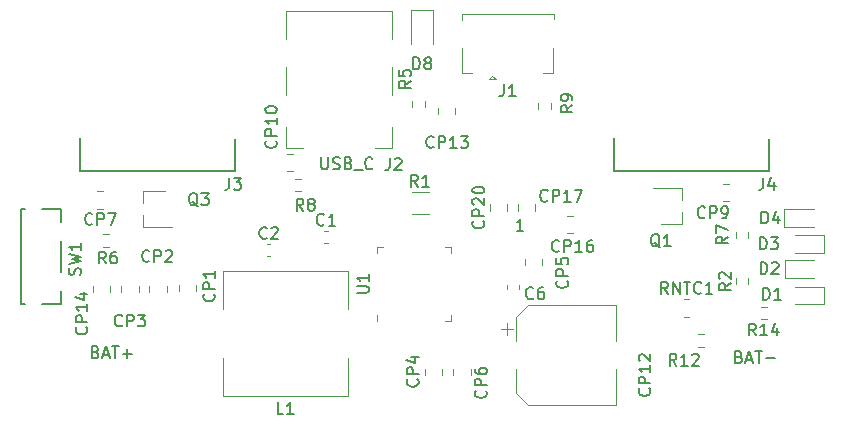
<source format=gbr>
%TF.GenerationSoftware,KiCad,Pcbnew,(6.0.6)*%
%TF.CreationDate,2022-07-25T23:57:12+01:00*%
%TF.ProjectId,Virpar,56697270-6172-42e6-9b69-6361645f7063,rev?*%
%TF.SameCoordinates,Original*%
%TF.FileFunction,Legend,Top*%
%TF.FilePolarity,Positive*%
%FSLAX46Y46*%
G04 Gerber Fmt 4.6, Leading zero omitted, Abs format (unit mm)*
G04 Created by KiCad (PCBNEW (6.0.6)) date 2022-07-25 23:57:12*
%MOMM*%
%LPD*%
G01*
G04 APERTURE LIST*
%ADD10C,0.150000*%
%ADD11C,0.120000*%
%ADD12C,0.200000*%
G04 APERTURE END LIST*
D10*
%TO.C,1*%
X165060714Y-88102380D02*
X164489285Y-88102380D01*
X164775000Y-88102380D02*
X164775000Y-87102380D01*
X164679761Y-87245238D01*
X164584523Y-87340476D01*
X164489285Y-87388095D01*
%TO.C,U1*%
X150955980Y-93344904D02*
X151765504Y-93344904D01*
X151860742Y-93297285D01*
X151908361Y-93249666D01*
X151955980Y-93154428D01*
X151955980Y-92963952D01*
X151908361Y-92868714D01*
X151860742Y-92821095D01*
X151765504Y-92773476D01*
X150955980Y-92773476D01*
X151955980Y-91773476D02*
X151955980Y-92344904D01*
X151955980Y-92059190D02*
X150955980Y-92059190D01*
X151098838Y-92154428D01*
X151194076Y-92249666D01*
X151241695Y-92344904D01*
%TO.C,BAT+*%
X128843257Y-98353571D02*
X128986114Y-98401190D01*
X129033733Y-98448809D01*
X129081352Y-98544047D01*
X129081352Y-98686904D01*
X129033733Y-98782142D01*
X128986114Y-98829761D01*
X128890876Y-98877380D01*
X128509923Y-98877380D01*
X128509923Y-97877380D01*
X128843257Y-97877380D01*
X128938495Y-97925000D01*
X128986114Y-97972619D01*
X129033733Y-98067857D01*
X129033733Y-98163095D01*
X128986114Y-98258333D01*
X128938495Y-98305952D01*
X128843257Y-98353571D01*
X128509923Y-98353571D01*
X129462304Y-98591666D02*
X129938495Y-98591666D01*
X129367066Y-98877380D02*
X129700400Y-97877380D01*
X130033733Y-98877380D01*
X130224209Y-97877380D02*
X130795638Y-97877380D01*
X130509923Y-98877380D02*
X130509923Y-97877380D01*
X131128971Y-98496428D02*
X131890876Y-98496428D01*
X131509923Y-98877380D02*
X131509923Y-98115476D01*
%TO.C,BAT-*%
X183326257Y-98759971D02*
X183469114Y-98807590D01*
X183516733Y-98855209D01*
X183564352Y-98950447D01*
X183564352Y-99093304D01*
X183516733Y-99188542D01*
X183469114Y-99236161D01*
X183373876Y-99283780D01*
X182992923Y-99283780D01*
X182992923Y-98283780D01*
X183326257Y-98283780D01*
X183421495Y-98331400D01*
X183469114Y-98379019D01*
X183516733Y-98474257D01*
X183516733Y-98569495D01*
X183469114Y-98664733D01*
X183421495Y-98712352D01*
X183326257Y-98759971D01*
X182992923Y-98759971D01*
X183945304Y-98998066D02*
X184421495Y-98998066D01*
X183850066Y-99283780D02*
X184183400Y-98283780D01*
X184516733Y-99283780D01*
X184707209Y-98283780D02*
X185278638Y-98283780D01*
X184992923Y-99283780D02*
X184992923Y-98283780D01*
X185611971Y-98902828D02*
X186373876Y-98902828D01*
%TO.C,SW1*%
X127529761Y-91833333D02*
X127577380Y-91690476D01*
X127577380Y-91452380D01*
X127529761Y-91357142D01*
X127482142Y-91309523D01*
X127386904Y-91261904D01*
X127291666Y-91261904D01*
X127196428Y-91309523D01*
X127148809Y-91357142D01*
X127101190Y-91452380D01*
X127053571Y-91642857D01*
X127005952Y-91738095D01*
X126958333Y-91785714D01*
X126863095Y-91833333D01*
X126767857Y-91833333D01*
X126672619Y-91785714D01*
X126625000Y-91738095D01*
X126577380Y-91642857D01*
X126577380Y-91404761D01*
X126625000Y-91261904D01*
X126577380Y-90928571D02*
X127577380Y-90690476D01*
X126863095Y-90500000D01*
X127577380Y-90309523D01*
X126577380Y-90071428D01*
X127577380Y-89166666D02*
X127577380Y-89738095D01*
X127577380Y-89452380D02*
X126577380Y-89452380D01*
X126720238Y-89547619D01*
X126815476Y-89642857D01*
X126863095Y-89738095D01*
%TO.C,L1*%
X144740333Y-103601780D02*
X144264142Y-103601780D01*
X144264142Y-102601780D01*
X145597476Y-103601780D02*
X145026047Y-103601780D01*
X145311761Y-103601780D02*
X145311761Y-102601780D01*
X145216523Y-102744638D01*
X145121285Y-102839876D01*
X145026047Y-102887495D01*
%TO.C,J4*%
X185358546Y-83621490D02*
X185358546Y-84335776D01*
X185310927Y-84478633D01*
X185215689Y-84573871D01*
X185072832Y-84621490D01*
X184977594Y-84621490D01*
X186263308Y-83954824D02*
X186263308Y-84621490D01*
X186025213Y-83573871D02*
X185787118Y-84288157D01*
X186406165Y-84288157D01*
%TO.C,J3*%
X140146546Y-83618290D02*
X140146546Y-84332576D01*
X140098927Y-84475433D01*
X140003689Y-84570671D01*
X139860832Y-84618290D01*
X139765594Y-84618290D01*
X140527499Y-83618290D02*
X141146546Y-83618290D01*
X140813213Y-83999243D01*
X140956070Y-83999243D01*
X141051308Y-84046862D01*
X141098927Y-84094481D01*
X141146546Y-84189719D01*
X141146546Y-84427814D01*
X141098927Y-84523052D01*
X141051308Y-84570671D01*
X140956070Y-84618290D01*
X140670356Y-84618290D01*
X140575118Y-84570671D01*
X140527499Y-84523052D01*
%TO.C,J2*%
X153741666Y-81952380D02*
X153741666Y-82666666D01*
X153694047Y-82809523D01*
X153598809Y-82904761D01*
X153455952Y-82952380D01*
X153360714Y-82952380D01*
X154170238Y-82047619D02*
X154217857Y-82000000D01*
X154313095Y-81952380D01*
X154551190Y-81952380D01*
X154646428Y-82000000D01*
X154694047Y-82047619D01*
X154741666Y-82142857D01*
X154741666Y-82238095D01*
X154694047Y-82380952D01*
X154122619Y-82952380D01*
X154741666Y-82952380D01*
X147932142Y-81877380D02*
X147932142Y-82686904D01*
X147979761Y-82782142D01*
X148027380Y-82829761D01*
X148122619Y-82877380D01*
X148313095Y-82877380D01*
X148408333Y-82829761D01*
X148455952Y-82782142D01*
X148503571Y-82686904D01*
X148503571Y-81877380D01*
X148932142Y-82829761D02*
X149075000Y-82877380D01*
X149313095Y-82877380D01*
X149408333Y-82829761D01*
X149455952Y-82782142D01*
X149503571Y-82686904D01*
X149503571Y-82591666D01*
X149455952Y-82496428D01*
X149408333Y-82448809D01*
X149313095Y-82401190D01*
X149122619Y-82353571D01*
X149027380Y-82305952D01*
X148979761Y-82258333D01*
X148932142Y-82163095D01*
X148932142Y-82067857D01*
X148979761Y-81972619D01*
X149027380Y-81925000D01*
X149122619Y-81877380D01*
X149360714Y-81877380D01*
X149503571Y-81925000D01*
X150265476Y-82353571D02*
X150408333Y-82401190D01*
X150455952Y-82448809D01*
X150503571Y-82544047D01*
X150503571Y-82686904D01*
X150455952Y-82782142D01*
X150408333Y-82829761D01*
X150313095Y-82877380D01*
X149932142Y-82877380D01*
X149932142Y-81877380D01*
X150265476Y-81877380D01*
X150360714Y-81925000D01*
X150408333Y-81972619D01*
X150455952Y-82067857D01*
X150455952Y-82163095D01*
X150408333Y-82258333D01*
X150360714Y-82305952D01*
X150265476Y-82353571D01*
X149932142Y-82353571D01*
X150694047Y-82972619D02*
X151455952Y-82972619D01*
X152265476Y-82782142D02*
X152217857Y-82829761D01*
X152075000Y-82877380D01*
X151979761Y-82877380D01*
X151836904Y-82829761D01*
X151741666Y-82734523D01*
X151694047Y-82639285D01*
X151646428Y-82448809D01*
X151646428Y-82305952D01*
X151694047Y-82115476D01*
X151741666Y-82020238D01*
X151836904Y-81925000D01*
X151979761Y-81877380D01*
X152075000Y-81877380D01*
X152217857Y-81925000D01*
X152265476Y-81972619D01*
%TO.C,J1*%
X163395066Y-75702580D02*
X163395066Y-76416866D01*
X163347447Y-76559723D01*
X163252209Y-76654961D01*
X163109352Y-76702580D01*
X163014114Y-76702580D01*
X164395066Y-76702580D02*
X163823638Y-76702580D01*
X164109352Y-76702580D02*
X164109352Y-75702580D01*
X164014114Y-75845438D01*
X163918876Y-75940676D01*
X163823638Y-75988295D01*
%TO.C,R1*%
X156119533Y-84348580D02*
X155786200Y-83872390D01*
X155548104Y-84348580D02*
X155548104Y-83348580D01*
X155929057Y-83348580D01*
X156024295Y-83396200D01*
X156071914Y-83443819D01*
X156119533Y-83539057D01*
X156119533Y-83681914D01*
X156071914Y-83777152D01*
X156024295Y-83824771D01*
X155929057Y-83872390D01*
X155548104Y-83872390D01*
X157071914Y-84348580D02*
X156500485Y-84348580D01*
X156786200Y-84348580D02*
X156786200Y-83348580D01*
X156690961Y-83491438D01*
X156595723Y-83586676D01*
X156500485Y-83634295D01*
%TO.C,CP12*%
X175718742Y-101434757D02*
X175766361Y-101482376D01*
X175813980Y-101625233D01*
X175813980Y-101720471D01*
X175766361Y-101863328D01*
X175671123Y-101958566D01*
X175575885Y-102006185D01*
X175385409Y-102053804D01*
X175242552Y-102053804D01*
X175052076Y-102006185D01*
X174956838Y-101958566D01*
X174861600Y-101863328D01*
X174813980Y-101720471D01*
X174813980Y-101625233D01*
X174861600Y-101482376D01*
X174909219Y-101434757D01*
X175813980Y-101006185D02*
X174813980Y-101006185D01*
X174813980Y-100625233D01*
X174861600Y-100529995D01*
X174909219Y-100482376D01*
X175004457Y-100434757D01*
X175147314Y-100434757D01*
X175242552Y-100482376D01*
X175290171Y-100529995D01*
X175337790Y-100625233D01*
X175337790Y-101006185D01*
X175813980Y-99482376D02*
X175813980Y-100053804D01*
X175813980Y-99768090D02*
X174813980Y-99768090D01*
X174956838Y-99863328D01*
X175052076Y-99958566D01*
X175099695Y-100053804D01*
X174909219Y-99101423D02*
X174861600Y-99053804D01*
X174813980Y-98958566D01*
X174813980Y-98720471D01*
X174861600Y-98625233D01*
X174909219Y-98577614D01*
X175004457Y-98529995D01*
X175099695Y-98529995D01*
X175242552Y-98577614D01*
X175813980Y-99149042D01*
X175813980Y-98529995D01*
%TO.C,C2*%
X143333333Y-88677142D02*
X143285714Y-88724761D01*
X143142857Y-88772380D01*
X143047619Y-88772380D01*
X142904761Y-88724761D01*
X142809523Y-88629523D01*
X142761904Y-88534285D01*
X142714285Y-88343809D01*
X142714285Y-88200952D01*
X142761904Y-88010476D01*
X142809523Y-87915238D01*
X142904761Y-87820000D01*
X143047619Y-87772380D01*
X143142857Y-87772380D01*
X143285714Y-87820000D01*
X143333333Y-87867619D01*
X143714285Y-87867619D02*
X143761904Y-87820000D01*
X143857142Y-87772380D01*
X144095238Y-87772380D01*
X144190476Y-87820000D01*
X144238095Y-87867619D01*
X144285714Y-87962857D01*
X144285714Y-88058095D01*
X144238095Y-88200952D01*
X143666666Y-88772380D01*
X144285714Y-88772380D01*
%TO.C,CP13*%
X157457142Y-80982142D02*
X157409523Y-81029761D01*
X157266666Y-81077380D01*
X157171428Y-81077380D01*
X157028571Y-81029761D01*
X156933333Y-80934523D01*
X156885714Y-80839285D01*
X156838095Y-80648809D01*
X156838095Y-80505952D01*
X156885714Y-80315476D01*
X156933333Y-80220238D01*
X157028571Y-80125000D01*
X157171428Y-80077380D01*
X157266666Y-80077380D01*
X157409523Y-80125000D01*
X157457142Y-80172619D01*
X157885714Y-81077380D02*
X157885714Y-80077380D01*
X158266666Y-80077380D01*
X158361904Y-80125000D01*
X158409523Y-80172619D01*
X158457142Y-80267857D01*
X158457142Y-80410714D01*
X158409523Y-80505952D01*
X158361904Y-80553571D01*
X158266666Y-80601190D01*
X157885714Y-80601190D01*
X159409523Y-81077380D02*
X158838095Y-81077380D01*
X159123809Y-81077380D02*
X159123809Y-80077380D01*
X159028571Y-80220238D01*
X158933333Y-80315476D01*
X158838095Y-80363095D01*
X159742857Y-80077380D02*
X160361904Y-80077380D01*
X160028571Y-80458333D01*
X160171428Y-80458333D01*
X160266666Y-80505952D01*
X160314285Y-80553571D01*
X160361904Y-80648809D01*
X160361904Y-80886904D01*
X160314285Y-80982142D01*
X160266666Y-81029761D01*
X160171428Y-81077380D01*
X159885714Y-81077380D01*
X159790476Y-81029761D01*
X159742857Y-80982142D01*
%TO.C,CP10*%
X144107142Y-80467857D02*
X144154761Y-80515476D01*
X144202380Y-80658333D01*
X144202380Y-80753571D01*
X144154761Y-80896428D01*
X144059523Y-80991666D01*
X143964285Y-81039285D01*
X143773809Y-81086904D01*
X143630952Y-81086904D01*
X143440476Y-81039285D01*
X143345238Y-80991666D01*
X143250000Y-80896428D01*
X143202380Y-80753571D01*
X143202380Y-80658333D01*
X143250000Y-80515476D01*
X143297619Y-80467857D01*
X144202380Y-80039285D02*
X143202380Y-80039285D01*
X143202380Y-79658333D01*
X143250000Y-79563095D01*
X143297619Y-79515476D01*
X143392857Y-79467857D01*
X143535714Y-79467857D01*
X143630952Y-79515476D01*
X143678571Y-79563095D01*
X143726190Y-79658333D01*
X143726190Y-80039285D01*
X144202380Y-78515476D02*
X144202380Y-79086904D01*
X144202380Y-78801190D02*
X143202380Y-78801190D01*
X143345238Y-78896428D01*
X143440476Y-78991666D01*
X143488095Y-79086904D01*
X143202380Y-77896428D02*
X143202380Y-77801190D01*
X143250000Y-77705952D01*
X143297619Y-77658333D01*
X143392857Y-77610714D01*
X143583333Y-77563095D01*
X143821428Y-77563095D01*
X144011904Y-77610714D01*
X144107142Y-77658333D01*
X144154761Y-77705952D01*
X144202380Y-77801190D01*
X144202380Y-77896428D01*
X144154761Y-77991666D01*
X144107142Y-78039285D01*
X144011904Y-78086904D01*
X143821428Y-78134523D01*
X143583333Y-78134523D01*
X143392857Y-78086904D01*
X143297619Y-78039285D01*
X143250000Y-77991666D01*
X143202380Y-77896428D01*
%TO.C,CP3*%
X131083133Y-96089742D02*
X131035514Y-96137361D01*
X130892657Y-96184980D01*
X130797419Y-96184980D01*
X130654561Y-96137361D01*
X130559323Y-96042123D01*
X130511704Y-95946885D01*
X130464085Y-95756409D01*
X130464085Y-95613552D01*
X130511704Y-95423076D01*
X130559323Y-95327838D01*
X130654561Y-95232600D01*
X130797419Y-95184980D01*
X130892657Y-95184980D01*
X131035514Y-95232600D01*
X131083133Y-95280219D01*
X131511704Y-96184980D02*
X131511704Y-95184980D01*
X131892657Y-95184980D01*
X131987895Y-95232600D01*
X132035514Y-95280219D01*
X132083133Y-95375457D01*
X132083133Y-95518314D01*
X132035514Y-95613552D01*
X131987895Y-95661171D01*
X131892657Y-95708790D01*
X131511704Y-95708790D01*
X132416466Y-95184980D02*
X133035514Y-95184980D01*
X132702180Y-95565933D01*
X132845038Y-95565933D01*
X132940276Y-95613552D01*
X132987895Y-95661171D01*
X133035514Y-95756409D01*
X133035514Y-95994504D01*
X132987895Y-96089742D01*
X132940276Y-96137361D01*
X132845038Y-96184980D01*
X132559323Y-96184980D01*
X132464085Y-96137361D01*
X132416466Y-96089742D01*
%TO.C,CP16*%
X168085742Y-89786342D02*
X168038123Y-89833961D01*
X167895266Y-89881580D01*
X167800028Y-89881580D01*
X167657171Y-89833961D01*
X167561933Y-89738723D01*
X167514314Y-89643485D01*
X167466695Y-89453009D01*
X167466695Y-89310152D01*
X167514314Y-89119676D01*
X167561933Y-89024438D01*
X167657171Y-88929200D01*
X167800028Y-88881580D01*
X167895266Y-88881580D01*
X168038123Y-88929200D01*
X168085742Y-88976819D01*
X168514314Y-89881580D02*
X168514314Y-88881580D01*
X168895266Y-88881580D01*
X168990504Y-88929200D01*
X169038123Y-88976819D01*
X169085742Y-89072057D01*
X169085742Y-89214914D01*
X169038123Y-89310152D01*
X168990504Y-89357771D01*
X168895266Y-89405390D01*
X168514314Y-89405390D01*
X170038123Y-89881580D02*
X169466695Y-89881580D01*
X169752409Y-89881580D02*
X169752409Y-88881580D01*
X169657171Y-89024438D01*
X169561933Y-89119676D01*
X169466695Y-89167295D01*
X170895266Y-88881580D02*
X170704790Y-88881580D01*
X170609552Y-88929200D01*
X170561933Y-88976819D01*
X170466695Y-89119676D01*
X170419076Y-89310152D01*
X170419076Y-89691104D01*
X170466695Y-89786342D01*
X170514314Y-89833961D01*
X170609552Y-89881580D01*
X170800028Y-89881580D01*
X170895266Y-89833961D01*
X170942885Y-89786342D01*
X170990504Y-89691104D01*
X170990504Y-89453009D01*
X170942885Y-89357771D01*
X170895266Y-89310152D01*
X170800028Y-89262533D01*
X170609552Y-89262533D01*
X170514314Y-89310152D01*
X170466695Y-89357771D01*
X170419076Y-89453009D01*
%TO.C,CP9*%
X180433333Y-86932142D02*
X180385714Y-86979761D01*
X180242857Y-87027380D01*
X180147619Y-87027380D01*
X180004761Y-86979761D01*
X179909523Y-86884523D01*
X179861904Y-86789285D01*
X179814285Y-86598809D01*
X179814285Y-86455952D01*
X179861904Y-86265476D01*
X179909523Y-86170238D01*
X180004761Y-86075000D01*
X180147619Y-86027380D01*
X180242857Y-86027380D01*
X180385714Y-86075000D01*
X180433333Y-86122619D01*
X180861904Y-87027380D02*
X180861904Y-86027380D01*
X181242857Y-86027380D01*
X181338095Y-86075000D01*
X181385714Y-86122619D01*
X181433333Y-86217857D01*
X181433333Y-86360714D01*
X181385714Y-86455952D01*
X181338095Y-86503571D01*
X181242857Y-86551190D01*
X180861904Y-86551190D01*
X181909523Y-87027380D02*
X182100000Y-87027380D01*
X182195238Y-86979761D01*
X182242857Y-86932142D01*
X182338095Y-86789285D01*
X182385714Y-86598809D01*
X182385714Y-86217857D01*
X182338095Y-86122619D01*
X182290476Y-86075000D01*
X182195238Y-86027380D01*
X182004761Y-86027380D01*
X181909523Y-86075000D01*
X181861904Y-86122619D01*
X181814285Y-86217857D01*
X181814285Y-86455952D01*
X181861904Y-86551190D01*
X181909523Y-86598809D01*
X182004761Y-86646428D01*
X182195238Y-86646428D01*
X182290476Y-86598809D01*
X182338095Y-86551190D01*
X182385714Y-86455952D01*
%TO.C,C1*%
X148183333Y-87552142D02*
X148135714Y-87599761D01*
X147992857Y-87647380D01*
X147897619Y-87647380D01*
X147754761Y-87599761D01*
X147659523Y-87504523D01*
X147611904Y-87409285D01*
X147564285Y-87218809D01*
X147564285Y-87075952D01*
X147611904Y-86885476D01*
X147659523Y-86790238D01*
X147754761Y-86695000D01*
X147897619Y-86647380D01*
X147992857Y-86647380D01*
X148135714Y-86695000D01*
X148183333Y-86742619D01*
X149135714Y-87647380D02*
X148564285Y-87647380D01*
X148850000Y-87647380D02*
X148850000Y-86647380D01*
X148754761Y-86790238D01*
X148659523Y-86885476D01*
X148564285Y-86933095D01*
%TO.C,CP17*%
X167102742Y-85520842D02*
X167055123Y-85568461D01*
X166912266Y-85616080D01*
X166817028Y-85616080D01*
X166674171Y-85568461D01*
X166578933Y-85473223D01*
X166531314Y-85377985D01*
X166483695Y-85187509D01*
X166483695Y-85044652D01*
X166531314Y-84854176D01*
X166578933Y-84758938D01*
X166674171Y-84663700D01*
X166817028Y-84616080D01*
X166912266Y-84616080D01*
X167055123Y-84663700D01*
X167102742Y-84711319D01*
X167531314Y-85616080D02*
X167531314Y-84616080D01*
X167912266Y-84616080D01*
X168007504Y-84663700D01*
X168055123Y-84711319D01*
X168102742Y-84806557D01*
X168102742Y-84949414D01*
X168055123Y-85044652D01*
X168007504Y-85092271D01*
X167912266Y-85139890D01*
X167531314Y-85139890D01*
X169055123Y-85616080D02*
X168483695Y-85616080D01*
X168769409Y-85616080D02*
X168769409Y-84616080D01*
X168674171Y-84758938D01*
X168578933Y-84854176D01*
X168483695Y-84901795D01*
X169388457Y-84616080D02*
X170055123Y-84616080D01*
X169626552Y-85616080D01*
%TO.C,CP6*%
X161853942Y-101618966D02*
X161901561Y-101666585D01*
X161949180Y-101809442D01*
X161949180Y-101904680D01*
X161901561Y-102047538D01*
X161806323Y-102142776D01*
X161711085Y-102190395D01*
X161520609Y-102238014D01*
X161377752Y-102238014D01*
X161187276Y-102190395D01*
X161092038Y-102142776D01*
X160996800Y-102047538D01*
X160949180Y-101904680D01*
X160949180Y-101809442D01*
X160996800Y-101666585D01*
X161044419Y-101618966D01*
X161949180Y-101190395D02*
X160949180Y-101190395D01*
X160949180Y-100809442D01*
X160996800Y-100714204D01*
X161044419Y-100666585D01*
X161139657Y-100618966D01*
X161282514Y-100618966D01*
X161377752Y-100666585D01*
X161425371Y-100714204D01*
X161472990Y-100809442D01*
X161472990Y-101190395D01*
X160949180Y-99761823D02*
X160949180Y-99952300D01*
X160996800Y-100047538D01*
X161044419Y-100095157D01*
X161187276Y-100190395D01*
X161377752Y-100238014D01*
X161758704Y-100238014D01*
X161853942Y-100190395D01*
X161901561Y-100142776D01*
X161949180Y-100047538D01*
X161949180Y-99857061D01*
X161901561Y-99761823D01*
X161853942Y-99714204D01*
X161758704Y-99666585D01*
X161520609Y-99666585D01*
X161425371Y-99714204D01*
X161377752Y-99761823D01*
X161330133Y-99857061D01*
X161330133Y-100047538D01*
X161377752Y-100142776D01*
X161425371Y-100190395D01*
X161520609Y-100238014D01*
%TO.C,CP14*%
X128057142Y-96242857D02*
X128104761Y-96290476D01*
X128152380Y-96433333D01*
X128152380Y-96528571D01*
X128104761Y-96671428D01*
X128009523Y-96766666D01*
X127914285Y-96814285D01*
X127723809Y-96861904D01*
X127580952Y-96861904D01*
X127390476Y-96814285D01*
X127295238Y-96766666D01*
X127200000Y-96671428D01*
X127152380Y-96528571D01*
X127152380Y-96433333D01*
X127200000Y-96290476D01*
X127247619Y-96242857D01*
X128152380Y-95814285D02*
X127152380Y-95814285D01*
X127152380Y-95433333D01*
X127200000Y-95338095D01*
X127247619Y-95290476D01*
X127342857Y-95242857D01*
X127485714Y-95242857D01*
X127580952Y-95290476D01*
X127628571Y-95338095D01*
X127676190Y-95433333D01*
X127676190Y-95814285D01*
X128152380Y-94290476D02*
X128152380Y-94861904D01*
X128152380Y-94576190D02*
X127152380Y-94576190D01*
X127295238Y-94671428D01*
X127390476Y-94766666D01*
X127438095Y-94861904D01*
X127485714Y-93433333D02*
X128152380Y-93433333D01*
X127104761Y-93671428D02*
X127819047Y-93909523D01*
X127819047Y-93290476D01*
%TO.C,R12*%
X178020742Y-99512380D02*
X177687409Y-99036190D01*
X177449314Y-99512380D02*
X177449314Y-98512380D01*
X177830266Y-98512380D01*
X177925504Y-98560000D01*
X177973123Y-98607619D01*
X178020742Y-98702857D01*
X178020742Y-98845714D01*
X177973123Y-98940952D01*
X177925504Y-98988571D01*
X177830266Y-99036190D01*
X177449314Y-99036190D01*
X178973123Y-99512380D02*
X178401695Y-99512380D01*
X178687409Y-99512380D02*
X178687409Y-98512380D01*
X178592171Y-98655238D01*
X178496933Y-98750476D01*
X178401695Y-98798095D01*
X179354076Y-98607619D02*
X179401695Y-98560000D01*
X179496933Y-98512380D01*
X179735028Y-98512380D01*
X179830266Y-98560000D01*
X179877885Y-98607619D01*
X179925504Y-98702857D01*
X179925504Y-98798095D01*
X179877885Y-98940952D01*
X179306457Y-99512380D01*
X179925504Y-99512380D01*
%TO.C,CP2*%
X133394533Y-90628742D02*
X133346914Y-90676361D01*
X133204057Y-90723980D01*
X133108819Y-90723980D01*
X132965961Y-90676361D01*
X132870723Y-90581123D01*
X132823104Y-90485885D01*
X132775485Y-90295409D01*
X132775485Y-90152552D01*
X132823104Y-89962076D01*
X132870723Y-89866838D01*
X132965961Y-89771600D01*
X133108819Y-89723980D01*
X133204057Y-89723980D01*
X133346914Y-89771600D01*
X133394533Y-89819219D01*
X133823104Y-90723980D02*
X133823104Y-89723980D01*
X134204057Y-89723980D01*
X134299295Y-89771600D01*
X134346914Y-89819219D01*
X134394533Y-89914457D01*
X134394533Y-90057314D01*
X134346914Y-90152552D01*
X134299295Y-90200171D01*
X134204057Y-90247790D01*
X133823104Y-90247790D01*
X134775485Y-89819219D02*
X134823104Y-89771600D01*
X134918342Y-89723980D01*
X135156438Y-89723980D01*
X135251676Y-89771600D01*
X135299295Y-89819219D01*
X135346914Y-89914457D01*
X135346914Y-90009695D01*
X135299295Y-90152552D01*
X134727866Y-90723980D01*
X135346914Y-90723980D01*
%TO.C,D1*%
X185342304Y-93924380D02*
X185342304Y-92924380D01*
X185580400Y-92924380D01*
X185723257Y-92972000D01*
X185818495Y-93067238D01*
X185866114Y-93162476D01*
X185913733Y-93352952D01*
X185913733Y-93495809D01*
X185866114Y-93686285D01*
X185818495Y-93781523D01*
X185723257Y-93876761D01*
X185580400Y-93924380D01*
X185342304Y-93924380D01*
X186866114Y-93924380D02*
X186294685Y-93924380D01*
X186580400Y-93924380D02*
X186580400Y-92924380D01*
X186485161Y-93067238D01*
X186389923Y-93162476D01*
X186294685Y-93210095D01*
%TO.C,D3*%
X185088304Y-89657180D02*
X185088304Y-88657180D01*
X185326400Y-88657180D01*
X185469257Y-88704800D01*
X185564495Y-88800038D01*
X185612114Y-88895276D01*
X185659733Y-89085752D01*
X185659733Y-89228609D01*
X185612114Y-89419085D01*
X185564495Y-89514323D01*
X185469257Y-89609561D01*
X185326400Y-89657180D01*
X185088304Y-89657180D01*
X185993066Y-88657180D02*
X186612114Y-88657180D01*
X186278780Y-89038133D01*
X186421638Y-89038133D01*
X186516876Y-89085752D01*
X186564495Y-89133371D01*
X186612114Y-89228609D01*
X186612114Y-89466704D01*
X186564495Y-89561942D01*
X186516876Y-89609561D01*
X186421638Y-89657180D01*
X186135923Y-89657180D01*
X186040685Y-89609561D01*
X185993066Y-89561942D01*
%TO.C,CP20*%
X161652142Y-87267857D02*
X161699761Y-87315476D01*
X161747380Y-87458333D01*
X161747380Y-87553571D01*
X161699761Y-87696428D01*
X161604523Y-87791666D01*
X161509285Y-87839285D01*
X161318809Y-87886904D01*
X161175952Y-87886904D01*
X160985476Y-87839285D01*
X160890238Y-87791666D01*
X160795000Y-87696428D01*
X160747380Y-87553571D01*
X160747380Y-87458333D01*
X160795000Y-87315476D01*
X160842619Y-87267857D01*
X161747380Y-86839285D02*
X160747380Y-86839285D01*
X160747380Y-86458333D01*
X160795000Y-86363095D01*
X160842619Y-86315476D01*
X160937857Y-86267857D01*
X161080714Y-86267857D01*
X161175952Y-86315476D01*
X161223571Y-86363095D01*
X161271190Y-86458333D01*
X161271190Y-86839285D01*
X160842619Y-85886904D02*
X160795000Y-85839285D01*
X160747380Y-85744047D01*
X160747380Y-85505952D01*
X160795000Y-85410714D01*
X160842619Y-85363095D01*
X160937857Y-85315476D01*
X161033095Y-85315476D01*
X161175952Y-85363095D01*
X161747380Y-85934523D01*
X161747380Y-85315476D01*
X160747380Y-84696428D02*
X160747380Y-84601190D01*
X160795000Y-84505952D01*
X160842619Y-84458333D01*
X160937857Y-84410714D01*
X161128333Y-84363095D01*
X161366428Y-84363095D01*
X161556904Y-84410714D01*
X161652142Y-84458333D01*
X161699761Y-84505952D01*
X161747380Y-84601190D01*
X161747380Y-84696428D01*
X161699761Y-84791666D01*
X161652142Y-84839285D01*
X161556904Y-84886904D01*
X161366428Y-84934523D01*
X161128333Y-84934523D01*
X160937857Y-84886904D01*
X160842619Y-84839285D01*
X160795000Y-84791666D01*
X160747380Y-84696428D01*
%TO.C,C6*%
X165883333Y-93782142D02*
X165835714Y-93829761D01*
X165692857Y-93877380D01*
X165597619Y-93877380D01*
X165454761Y-93829761D01*
X165359523Y-93734523D01*
X165311904Y-93639285D01*
X165264285Y-93448809D01*
X165264285Y-93305952D01*
X165311904Y-93115476D01*
X165359523Y-93020238D01*
X165454761Y-92925000D01*
X165597619Y-92877380D01*
X165692857Y-92877380D01*
X165835714Y-92925000D01*
X165883333Y-92972619D01*
X166740476Y-92877380D02*
X166550000Y-92877380D01*
X166454761Y-92925000D01*
X166407142Y-92972619D01*
X166311904Y-93115476D01*
X166264285Y-93305952D01*
X166264285Y-93686904D01*
X166311904Y-93782142D01*
X166359523Y-93829761D01*
X166454761Y-93877380D01*
X166645238Y-93877380D01*
X166740476Y-93829761D01*
X166788095Y-93782142D01*
X166835714Y-93686904D01*
X166835714Y-93448809D01*
X166788095Y-93353571D01*
X166740476Y-93305952D01*
X166645238Y-93258333D01*
X166454761Y-93258333D01*
X166359523Y-93305952D01*
X166311904Y-93353571D01*
X166264285Y-93448809D01*
%TO.C,R6*%
X129708333Y-90852380D02*
X129375000Y-90376190D01*
X129136904Y-90852380D02*
X129136904Y-89852380D01*
X129517857Y-89852380D01*
X129613095Y-89900000D01*
X129660714Y-89947619D01*
X129708333Y-90042857D01*
X129708333Y-90185714D01*
X129660714Y-90280952D01*
X129613095Y-90328571D01*
X129517857Y-90376190D01*
X129136904Y-90376190D01*
X130565476Y-89852380D02*
X130375000Y-89852380D01*
X130279761Y-89900000D01*
X130232142Y-89947619D01*
X130136904Y-90090476D01*
X130089285Y-90280952D01*
X130089285Y-90661904D01*
X130136904Y-90757142D01*
X130184523Y-90804761D01*
X130279761Y-90852380D01*
X130470238Y-90852380D01*
X130565476Y-90804761D01*
X130613095Y-90757142D01*
X130660714Y-90661904D01*
X130660714Y-90423809D01*
X130613095Y-90328571D01*
X130565476Y-90280952D01*
X130470238Y-90233333D01*
X130279761Y-90233333D01*
X130184523Y-90280952D01*
X130136904Y-90328571D01*
X130089285Y-90423809D01*
%TO.C,Q3*%
X137496561Y-86018619D02*
X137401323Y-85971000D01*
X137306085Y-85875761D01*
X137163228Y-85732904D01*
X137067990Y-85685285D01*
X136972752Y-85685285D01*
X137020371Y-85923380D02*
X136925133Y-85875761D01*
X136829895Y-85780523D01*
X136782276Y-85590047D01*
X136782276Y-85256714D01*
X136829895Y-85066238D01*
X136925133Y-84971000D01*
X137020371Y-84923380D01*
X137210847Y-84923380D01*
X137306085Y-84971000D01*
X137401323Y-85066238D01*
X137448942Y-85256714D01*
X137448942Y-85590047D01*
X137401323Y-85780523D01*
X137306085Y-85875761D01*
X137210847Y-85923380D01*
X137020371Y-85923380D01*
X137782276Y-84923380D02*
X138401323Y-84923380D01*
X138067990Y-85304333D01*
X138210847Y-85304333D01*
X138306085Y-85351952D01*
X138353704Y-85399571D01*
X138401323Y-85494809D01*
X138401323Y-85732904D01*
X138353704Y-85828142D01*
X138306085Y-85875761D01*
X138210847Y-85923380D01*
X137925133Y-85923380D01*
X137829895Y-85875761D01*
X137782276Y-85828142D01*
%TO.C,CP5*%
X168757142Y-92316666D02*
X168804761Y-92364285D01*
X168852380Y-92507142D01*
X168852380Y-92602380D01*
X168804761Y-92745238D01*
X168709523Y-92840476D01*
X168614285Y-92888095D01*
X168423809Y-92935714D01*
X168280952Y-92935714D01*
X168090476Y-92888095D01*
X167995238Y-92840476D01*
X167900000Y-92745238D01*
X167852380Y-92602380D01*
X167852380Y-92507142D01*
X167900000Y-92364285D01*
X167947619Y-92316666D01*
X168852380Y-91888095D02*
X167852380Y-91888095D01*
X167852380Y-91507142D01*
X167900000Y-91411904D01*
X167947619Y-91364285D01*
X168042857Y-91316666D01*
X168185714Y-91316666D01*
X168280952Y-91364285D01*
X168328571Y-91411904D01*
X168376190Y-91507142D01*
X168376190Y-91888095D01*
X167852380Y-90411904D02*
X167852380Y-90888095D01*
X168328571Y-90935714D01*
X168280952Y-90888095D01*
X168233333Y-90792857D01*
X168233333Y-90554761D01*
X168280952Y-90459523D01*
X168328571Y-90411904D01*
X168423809Y-90364285D01*
X168661904Y-90364285D01*
X168757142Y-90411904D01*
X168804761Y-90459523D01*
X168852380Y-90554761D01*
X168852380Y-90792857D01*
X168804761Y-90888095D01*
X168757142Y-90935714D01*
%TO.C,Q1*%
X176616161Y-89494419D02*
X176520923Y-89446800D01*
X176425685Y-89351561D01*
X176282828Y-89208704D01*
X176187590Y-89161085D01*
X176092352Y-89161085D01*
X176139971Y-89399180D02*
X176044733Y-89351561D01*
X175949495Y-89256323D01*
X175901876Y-89065847D01*
X175901876Y-88732514D01*
X175949495Y-88542038D01*
X176044733Y-88446800D01*
X176139971Y-88399180D01*
X176330447Y-88399180D01*
X176425685Y-88446800D01*
X176520923Y-88542038D01*
X176568542Y-88732514D01*
X176568542Y-89065847D01*
X176520923Y-89256323D01*
X176425685Y-89351561D01*
X176330447Y-89399180D01*
X176139971Y-89399180D01*
X177520923Y-89399180D02*
X176949495Y-89399180D01*
X177235209Y-89399180D02*
X177235209Y-88399180D01*
X177139971Y-88542038D01*
X177044733Y-88637276D01*
X176949495Y-88684895D01*
%TO.C,R5*%
X155519380Y-75401466D02*
X155043190Y-75734800D01*
X155519380Y-75972895D02*
X154519380Y-75972895D01*
X154519380Y-75591942D01*
X154567000Y-75496704D01*
X154614619Y-75449085D01*
X154709857Y-75401466D01*
X154852714Y-75401466D01*
X154947952Y-75449085D01*
X154995571Y-75496704D01*
X155043190Y-75591942D01*
X155043190Y-75972895D01*
X154519380Y-74496704D02*
X154519380Y-74972895D01*
X154995571Y-75020514D01*
X154947952Y-74972895D01*
X154900333Y-74877657D01*
X154900333Y-74639561D01*
X154947952Y-74544323D01*
X154995571Y-74496704D01*
X155090809Y-74449085D01*
X155328904Y-74449085D01*
X155424142Y-74496704D01*
X155471761Y-74544323D01*
X155519380Y-74639561D01*
X155519380Y-74877657D01*
X155471761Y-74972895D01*
X155424142Y-75020514D01*
%TO.C,D2*%
X185139104Y-91765380D02*
X185139104Y-90765380D01*
X185377200Y-90765380D01*
X185520057Y-90813000D01*
X185615295Y-90908238D01*
X185662914Y-91003476D01*
X185710533Y-91193952D01*
X185710533Y-91336809D01*
X185662914Y-91527285D01*
X185615295Y-91622523D01*
X185520057Y-91717761D01*
X185377200Y-91765380D01*
X185139104Y-91765380D01*
X186091485Y-90860619D02*
X186139104Y-90813000D01*
X186234342Y-90765380D01*
X186472438Y-90765380D01*
X186567676Y-90813000D01*
X186615295Y-90860619D01*
X186662914Y-90955857D01*
X186662914Y-91051095D01*
X186615295Y-91193952D01*
X186043866Y-91765380D01*
X186662914Y-91765380D01*
%TO.C,D8*%
X155725904Y-74417180D02*
X155725904Y-73417180D01*
X155964000Y-73417180D01*
X156106857Y-73464800D01*
X156202095Y-73560038D01*
X156249714Y-73655276D01*
X156297333Y-73845752D01*
X156297333Y-73988609D01*
X156249714Y-74179085D01*
X156202095Y-74274323D01*
X156106857Y-74369561D01*
X155964000Y-74417180D01*
X155725904Y-74417180D01*
X156868761Y-73845752D02*
X156773523Y-73798133D01*
X156725904Y-73750514D01*
X156678285Y-73655276D01*
X156678285Y-73607657D01*
X156725904Y-73512419D01*
X156773523Y-73464800D01*
X156868761Y-73417180D01*
X157059238Y-73417180D01*
X157154476Y-73464800D01*
X157202095Y-73512419D01*
X157249714Y-73607657D01*
X157249714Y-73655276D01*
X157202095Y-73750514D01*
X157154476Y-73798133D01*
X157059238Y-73845752D01*
X156868761Y-73845752D01*
X156773523Y-73893371D01*
X156725904Y-73940990D01*
X156678285Y-74036228D01*
X156678285Y-74226704D01*
X156725904Y-74321942D01*
X156773523Y-74369561D01*
X156868761Y-74417180D01*
X157059238Y-74417180D01*
X157154476Y-74369561D01*
X157202095Y-74321942D01*
X157249714Y-74226704D01*
X157249714Y-74036228D01*
X157202095Y-73940990D01*
X157154476Y-73893371D01*
X157059238Y-73845752D01*
%TO.C,CP1*%
X138837942Y-93452866D02*
X138885561Y-93500485D01*
X138933180Y-93643342D01*
X138933180Y-93738580D01*
X138885561Y-93881438D01*
X138790323Y-93976676D01*
X138695085Y-94024295D01*
X138504609Y-94071914D01*
X138361752Y-94071914D01*
X138171276Y-94024295D01*
X138076038Y-93976676D01*
X137980800Y-93881438D01*
X137933180Y-93738580D01*
X137933180Y-93643342D01*
X137980800Y-93500485D01*
X138028419Y-93452866D01*
X138933180Y-93024295D02*
X137933180Y-93024295D01*
X137933180Y-92643342D01*
X137980800Y-92548104D01*
X138028419Y-92500485D01*
X138123657Y-92452866D01*
X138266514Y-92452866D01*
X138361752Y-92500485D01*
X138409371Y-92548104D01*
X138456990Y-92643342D01*
X138456990Y-93024295D01*
X138933180Y-91500485D02*
X138933180Y-92071914D01*
X138933180Y-91786200D02*
X137933180Y-91786200D01*
X138076038Y-91881438D01*
X138171276Y-91976676D01*
X138218895Y-92071914D01*
%TO.C,R8*%
X146433333Y-86377380D02*
X146100000Y-85901190D01*
X145861904Y-86377380D02*
X145861904Y-85377380D01*
X146242857Y-85377380D01*
X146338095Y-85425000D01*
X146385714Y-85472619D01*
X146433333Y-85567857D01*
X146433333Y-85710714D01*
X146385714Y-85805952D01*
X146338095Y-85853571D01*
X146242857Y-85901190D01*
X145861904Y-85901190D01*
X147004761Y-85805952D02*
X146909523Y-85758333D01*
X146861904Y-85710714D01*
X146814285Y-85615476D01*
X146814285Y-85567857D01*
X146861904Y-85472619D01*
X146909523Y-85425000D01*
X147004761Y-85377380D01*
X147195238Y-85377380D01*
X147290476Y-85425000D01*
X147338095Y-85472619D01*
X147385714Y-85567857D01*
X147385714Y-85615476D01*
X147338095Y-85710714D01*
X147290476Y-85758333D01*
X147195238Y-85805952D01*
X147004761Y-85805952D01*
X146909523Y-85853571D01*
X146861904Y-85901190D01*
X146814285Y-85996428D01*
X146814285Y-86186904D01*
X146861904Y-86282142D01*
X146909523Y-86329761D01*
X147004761Y-86377380D01*
X147195238Y-86377380D01*
X147290476Y-86329761D01*
X147338095Y-86282142D01*
X147385714Y-86186904D01*
X147385714Y-85996428D01*
X147338095Y-85901190D01*
X147290476Y-85853571D01*
X147195238Y-85805952D01*
%TO.C,R14*%
X184751742Y-96954580D02*
X184418409Y-96478390D01*
X184180314Y-96954580D02*
X184180314Y-95954580D01*
X184561266Y-95954580D01*
X184656504Y-96002200D01*
X184704123Y-96049819D01*
X184751742Y-96145057D01*
X184751742Y-96287914D01*
X184704123Y-96383152D01*
X184656504Y-96430771D01*
X184561266Y-96478390D01*
X184180314Y-96478390D01*
X185704123Y-96954580D02*
X185132695Y-96954580D01*
X185418409Y-96954580D02*
X185418409Y-95954580D01*
X185323171Y-96097438D01*
X185227933Y-96192676D01*
X185132695Y-96240295D01*
X186561266Y-96287914D02*
X186561266Y-96954580D01*
X186323171Y-95906961D02*
X186085076Y-96621247D01*
X186704123Y-96621247D01*
%TO.C,R2*%
X182613580Y-92548366D02*
X182137390Y-92881700D01*
X182613580Y-93119795D02*
X181613580Y-93119795D01*
X181613580Y-92738842D01*
X181661200Y-92643604D01*
X181708819Y-92595985D01*
X181804057Y-92548366D01*
X181946914Y-92548366D01*
X182042152Y-92595985D01*
X182089771Y-92643604D01*
X182137390Y-92738842D01*
X182137390Y-93119795D01*
X181708819Y-92167414D02*
X181661200Y-92119795D01*
X181613580Y-92024557D01*
X181613580Y-91786461D01*
X181661200Y-91691223D01*
X181708819Y-91643604D01*
X181804057Y-91595985D01*
X181899295Y-91595985D01*
X182042152Y-91643604D01*
X182613580Y-92215033D01*
X182613580Y-91595985D01*
%TO.C,CP4*%
X156084542Y-100666466D02*
X156132161Y-100714085D01*
X156179780Y-100856942D01*
X156179780Y-100952180D01*
X156132161Y-101095038D01*
X156036923Y-101190276D01*
X155941685Y-101237895D01*
X155751209Y-101285514D01*
X155608352Y-101285514D01*
X155417876Y-101237895D01*
X155322638Y-101190276D01*
X155227400Y-101095038D01*
X155179780Y-100952180D01*
X155179780Y-100856942D01*
X155227400Y-100714085D01*
X155275019Y-100666466D01*
X156179780Y-100237895D02*
X155179780Y-100237895D01*
X155179780Y-99856942D01*
X155227400Y-99761704D01*
X155275019Y-99714085D01*
X155370257Y-99666466D01*
X155513114Y-99666466D01*
X155608352Y-99714085D01*
X155655971Y-99761704D01*
X155703590Y-99856942D01*
X155703590Y-100237895D01*
X155513114Y-98809323D02*
X156179780Y-98809323D01*
X155132161Y-99047419D02*
X155846447Y-99285514D01*
X155846447Y-98666466D01*
%TO.C,CP7*%
X128572433Y-87508142D02*
X128524814Y-87555761D01*
X128381957Y-87603380D01*
X128286719Y-87603380D01*
X128143861Y-87555761D01*
X128048623Y-87460523D01*
X128001004Y-87365285D01*
X127953385Y-87174809D01*
X127953385Y-87031952D01*
X128001004Y-86841476D01*
X128048623Y-86746238D01*
X128143861Y-86651000D01*
X128286719Y-86603380D01*
X128381957Y-86603380D01*
X128524814Y-86651000D01*
X128572433Y-86698619D01*
X129001004Y-87603380D02*
X129001004Y-86603380D01*
X129381957Y-86603380D01*
X129477195Y-86651000D01*
X129524814Y-86698619D01*
X129572433Y-86793857D01*
X129572433Y-86936714D01*
X129524814Y-87031952D01*
X129477195Y-87079571D01*
X129381957Y-87127190D01*
X129001004Y-87127190D01*
X129905766Y-86603380D02*
X130572433Y-86603380D01*
X130143861Y-87603380D01*
%TO.C,R7*%
X182392580Y-88582166D02*
X181916390Y-88915500D01*
X182392580Y-89153595D02*
X181392580Y-89153595D01*
X181392580Y-88772642D01*
X181440200Y-88677404D01*
X181487819Y-88629785D01*
X181583057Y-88582166D01*
X181725914Y-88582166D01*
X181821152Y-88629785D01*
X181868771Y-88677404D01*
X181916390Y-88772642D01*
X181916390Y-89153595D01*
X181392580Y-88248833D02*
X181392580Y-87582166D01*
X182392580Y-88010738D01*
%TO.C,D4*%
X185215304Y-87472780D02*
X185215304Y-86472780D01*
X185453400Y-86472780D01*
X185596257Y-86520400D01*
X185691495Y-86615638D01*
X185739114Y-86710876D01*
X185786733Y-86901352D01*
X185786733Y-87044209D01*
X185739114Y-87234685D01*
X185691495Y-87329923D01*
X185596257Y-87425161D01*
X185453400Y-87472780D01*
X185215304Y-87472780D01*
X186643876Y-86806114D02*
X186643876Y-87472780D01*
X186405780Y-86425161D02*
X186167685Y-87139447D01*
X186786733Y-87139447D01*
%TO.C,RNTC1*%
X177295371Y-93417380D02*
X176962038Y-92941190D01*
X176723942Y-93417380D02*
X176723942Y-92417380D01*
X177104895Y-92417380D01*
X177200133Y-92465000D01*
X177247752Y-92512619D01*
X177295371Y-92607857D01*
X177295371Y-92750714D01*
X177247752Y-92845952D01*
X177200133Y-92893571D01*
X177104895Y-92941190D01*
X176723942Y-92941190D01*
X177723942Y-93417380D02*
X177723942Y-92417380D01*
X178295371Y-93417380D01*
X178295371Y-92417380D01*
X178628704Y-92417380D02*
X179200133Y-92417380D01*
X178914419Y-93417380D02*
X178914419Y-92417380D01*
X180104895Y-93322142D02*
X180057276Y-93369761D01*
X179914419Y-93417380D01*
X179819180Y-93417380D01*
X179676323Y-93369761D01*
X179581085Y-93274523D01*
X179533466Y-93179285D01*
X179485847Y-92988809D01*
X179485847Y-92845952D01*
X179533466Y-92655476D01*
X179581085Y-92560238D01*
X179676323Y-92465000D01*
X179819180Y-92417380D01*
X179914419Y-92417380D01*
X180057276Y-92465000D01*
X180104895Y-92512619D01*
X181057276Y-93417380D02*
X180485847Y-93417380D01*
X180771561Y-93417380D02*
X180771561Y-92417380D01*
X180676323Y-92560238D01*
X180581085Y-92655476D01*
X180485847Y-92703095D01*
%TO.C,R9*%
X169211780Y-77476066D02*
X168735590Y-77809400D01*
X169211780Y-78047495D02*
X168211780Y-78047495D01*
X168211780Y-77666542D01*
X168259400Y-77571304D01*
X168307019Y-77523685D01*
X168402257Y-77476066D01*
X168545114Y-77476066D01*
X168640352Y-77523685D01*
X168687971Y-77571304D01*
X168735590Y-77666542D01*
X168735590Y-78047495D01*
X169211780Y-76999876D02*
X169211780Y-76809400D01*
X169164161Y-76714161D01*
X169116542Y-76666542D01*
X168973685Y-76571304D01*
X168783209Y-76523685D01*
X168402257Y-76523685D01*
X168307019Y-76571304D01*
X168259400Y-76618923D01*
X168211780Y-76714161D01*
X168211780Y-76904638D01*
X168259400Y-76999876D01*
X168307019Y-77047495D01*
X168402257Y-77095114D01*
X168640352Y-77095114D01*
X168735590Y-77047495D01*
X168783209Y-76999876D01*
X168830828Y-76904638D01*
X168830828Y-76714161D01*
X168783209Y-76618923D01*
X168735590Y-76571304D01*
X168640352Y-76523685D01*
D11*
%TO.C,U1*%
X152693600Y-95218000D02*
X152693600Y-95693000D01*
X158913600Y-89948000D02*
X158913600Y-89473000D01*
X152693600Y-89473000D02*
X153168600Y-89473000D01*
X158913600Y-95693000D02*
X158438600Y-95693000D01*
X152693600Y-89948000D02*
X152693600Y-89473000D01*
X158913600Y-95218000D02*
X158913600Y-95693000D01*
X158913600Y-89473000D02*
X158438600Y-89473000D01*
D10*
%TO.C,SW1*%
X125891300Y-93195870D02*
X125891300Y-94295870D01*
X122525700Y-86242670D02*
X122854611Y-86241943D01*
X124291300Y-94295870D02*
X125891300Y-94295870D01*
X122525700Y-94292670D02*
X122830264Y-94291159D01*
X125891300Y-88995870D02*
X125891300Y-91545870D01*
X122525700Y-86242670D02*
X122525700Y-94292670D01*
X124291300Y-86245870D02*
X125891300Y-86245870D01*
X125891300Y-86245870D02*
X125891300Y-87345870D01*
D11*
%TO.C,L1*%
X150207000Y-91499400D02*
X150207000Y-94699400D01*
X139607000Y-102099400D02*
X139607000Y-98899400D01*
X139607000Y-91499400D02*
X150207000Y-91499400D01*
X150207000Y-102099400D02*
X139607000Y-102099400D01*
X139607000Y-94699400D02*
X139607000Y-91499400D01*
X150207000Y-98899400D02*
X150207000Y-102099400D01*
D12*
%TO.C,J4*%
X185876813Y-80283811D02*
X185874000Y-83000000D01*
X172774000Y-80236775D02*
X172774000Y-83000000D01*
X185874000Y-83000000D02*
X172774000Y-83000000D01*
%TO.C,J3*%
X140664813Y-80280611D02*
X140662000Y-82996800D01*
X127562000Y-80233575D02*
X127562000Y-82996800D01*
X140662000Y-82996800D02*
X127562000Y-82996800D01*
D11*
%TO.C,J2*%
X153941907Y-69458999D02*
X144950307Y-69458999D01*
X153941907Y-76611828D02*
X153941907Y-74190971D01*
X144950307Y-79315426D02*
X144950307Y-81041399D01*
X144950307Y-74190971D02*
X144950307Y-76611828D01*
X144950307Y-81041399D02*
X146366560Y-81041399D01*
X152525654Y-81041399D02*
X153941907Y-81041399D01*
X144950307Y-69458999D02*
X144950307Y-71881827D01*
X153941907Y-81041399D02*
X153941907Y-79315426D01*
X153941907Y-71881827D02*
X153941907Y-69458999D01*
%TO.C,J1*%
X167598400Y-74720200D02*
X167598400Y-72650200D01*
X162728400Y-75250200D02*
X162128400Y-75250200D01*
X162428400Y-74950200D02*
X162128400Y-75250200D01*
X159842200Y-69748400D02*
X159842200Y-70231000D01*
X160728400Y-74720200D02*
X159858400Y-74720200D01*
X159858400Y-74720200D02*
X159858400Y-72650200D01*
X167598400Y-74720200D02*
X166728400Y-74720200D01*
X162428400Y-74950200D02*
X162728400Y-75250200D01*
X167614600Y-70180200D02*
X167614600Y-69748400D01*
X167614600Y-69748400D02*
X159842200Y-69748400D01*
%TO.C,R1*%
X155635336Y-84815000D02*
X157089464Y-84815000D01*
X155635336Y-86635000D02*
X157089464Y-86635000D01*
%TO.C,CP12*%
X172941400Y-102875500D02*
X172941400Y-99825500D01*
X164421400Y-101811063D02*
X165485837Y-102875500D01*
X164421400Y-95419937D02*
X165485837Y-94355500D01*
X165485837Y-102875500D02*
X172941400Y-102875500D01*
X164421400Y-95419937D02*
X164421400Y-97405500D01*
X172941400Y-94355500D02*
X172941400Y-97405500D01*
X164421400Y-101811063D02*
X164421400Y-99825500D01*
X163181400Y-96405500D02*
X164181400Y-96405500D01*
X163681400Y-95905500D02*
X163681400Y-96905500D01*
X165485837Y-94355500D02*
X172941400Y-94355500D01*
%TO.C,C2*%
X143353733Y-89240000D02*
X143646267Y-89240000D01*
X143353733Y-90260000D02*
X143646267Y-90260000D01*
%TO.C,CP13*%
X159310000Y-77688748D02*
X159310000Y-78211252D01*
X157840000Y-77688748D02*
X157840000Y-78211252D01*
%TO.C,CP10*%
X145586252Y-81565000D02*
X145063748Y-81565000D01*
X145586252Y-83035000D02*
X145063748Y-83035000D01*
%TO.C,CP3*%
X132484800Y-93254552D02*
X132484800Y-92732048D01*
X131014800Y-93254552D02*
X131014800Y-92732048D01*
%TO.C,CP16*%
X168738748Y-86840000D02*
X169261252Y-86840000D01*
X168738748Y-88310000D02*
X169261252Y-88310000D01*
%TO.C,CP9*%
X181983748Y-85596400D02*
X182506252Y-85596400D01*
X181983748Y-84126400D02*
X182506252Y-84126400D01*
%TO.C,C1*%
X148203733Y-88115000D02*
X148496267Y-88115000D01*
X148203733Y-89135000D02*
X148496267Y-89135000D01*
%TO.C,CP17*%
X166085000Y-86386252D02*
X166085000Y-85863748D01*
X164615000Y-86386252D02*
X164615000Y-85863748D01*
%TO.C,CP6*%
X160602600Y-99814748D02*
X160602600Y-100337252D01*
X159132600Y-99814748D02*
X159132600Y-100337252D01*
%TO.C,CP14*%
X130097200Y-93250652D02*
X130097200Y-92728148D01*
X128627200Y-93250652D02*
X128627200Y-92728148D01*
%TO.C,R12*%
X179856676Y-97906100D02*
X180366124Y-97906100D01*
X179856676Y-96861100D02*
X180366124Y-96861100D01*
%TO.C,CP2*%
X133402400Y-93254552D02*
X133402400Y-92732048D01*
X134872400Y-93254552D02*
X134872400Y-92732048D01*
%TO.C,D1*%
X190534400Y-92813200D02*
X188074400Y-92813200D01*
X190534400Y-94283200D02*
X190534400Y-92813200D01*
X188074400Y-94283200D02*
X190534400Y-94283200D01*
%TO.C,D3*%
X190509000Y-88469800D02*
X188049000Y-88469800D01*
X188049000Y-89939800D02*
X190509000Y-89939800D01*
X190509000Y-89939800D02*
X190509000Y-88469800D01*
%TO.C,CP20*%
X162240000Y-86386252D02*
X162240000Y-85863748D01*
X163710000Y-86386252D02*
X163710000Y-85863748D01*
%TO.C,C6*%
X164695600Y-92703433D02*
X164695600Y-92995967D01*
X163675600Y-92703433D02*
X163675600Y-92995967D01*
%TO.C,R6*%
X129445276Y-88402500D02*
X129954724Y-88402500D01*
X129445276Y-89447500D02*
X129954724Y-89447500D01*
%TO.C,Q3*%
X132831800Y-84708400D02*
X134681800Y-84708400D01*
X132831800Y-87758400D02*
X132831800Y-86758400D01*
X132851800Y-87768400D02*
X135281800Y-87768400D01*
X132831800Y-85758400D02*
X132831800Y-84708400D01*
%TO.C,CP5*%
X165190000Y-90438748D02*
X165190000Y-90961252D01*
X166660000Y-90438748D02*
X166660000Y-90961252D01*
%TO.C,Q1*%
X178525000Y-87525000D02*
X176675000Y-87525000D01*
X178525000Y-86475000D02*
X178525000Y-87525000D01*
X178525000Y-84475000D02*
X178525000Y-85475000D01*
X178505000Y-84465000D02*
X176075000Y-84465000D01*
%TO.C,R5*%
X155662100Y-77648524D02*
X155662100Y-77139076D01*
X156707100Y-77648524D02*
X156707100Y-77139076D01*
%TO.C,D2*%
X189699800Y-90603400D02*
X187239800Y-90603400D01*
X187239800Y-90603400D02*
X187239800Y-92073400D01*
X187239800Y-92073400D02*
X189699800Y-92073400D01*
%TO.C,D8*%
X157424000Y-69437800D02*
X155504000Y-69437800D01*
X157424000Y-72297800D02*
X157424000Y-69437800D01*
X155504000Y-69437800D02*
X155504000Y-72297800D01*
%TO.C,CP1*%
X135866200Y-93225252D02*
X135866200Y-92702748D01*
X137336200Y-93225252D02*
X137336200Y-92702748D01*
%TO.C,R8*%
X145720276Y-83702500D02*
X146229724Y-83702500D01*
X145720276Y-84747500D02*
X146229724Y-84747500D01*
%TO.C,R14*%
X185649324Y-94549700D02*
X185139876Y-94549700D01*
X185649324Y-95594700D02*
X185139876Y-95594700D01*
%TO.C,R2*%
X183068700Y-92636424D02*
X183068700Y-92126976D01*
X184113700Y-92636424D02*
X184113700Y-92126976D01*
%TO.C,CP4*%
X158189600Y-99763948D02*
X158189600Y-100286452D01*
X156719600Y-99763948D02*
X156719600Y-100286452D01*
%TO.C,CP7*%
X129500352Y-84736000D02*
X128977848Y-84736000D01*
X129500352Y-86206000D02*
X128977848Y-86206000D01*
%TO.C,R7*%
X183068700Y-88162676D02*
X183068700Y-88672124D01*
X184113700Y-88162676D02*
X184113700Y-88672124D01*
%TO.C,D4*%
X189623600Y-86260000D02*
X187163600Y-86260000D01*
X187163600Y-87730000D02*
X189623600Y-87730000D01*
X187163600Y-86260000D02*
X187163600Y-87730000D01*
%TO.C,RNTC1*%
X178639736Y-95350000D02*
X179093864Y-95350000D01*
X178639736Y-93880000D02*
X179093864Y-93880000D01*
%TO.C,R9*%
X167372500Y-77804724D02*
X167372500Y-77295276D01*
X166327500Y-77804724D02*
X166327500Y-77295276D01*
%TD*%
M02*

</source>
